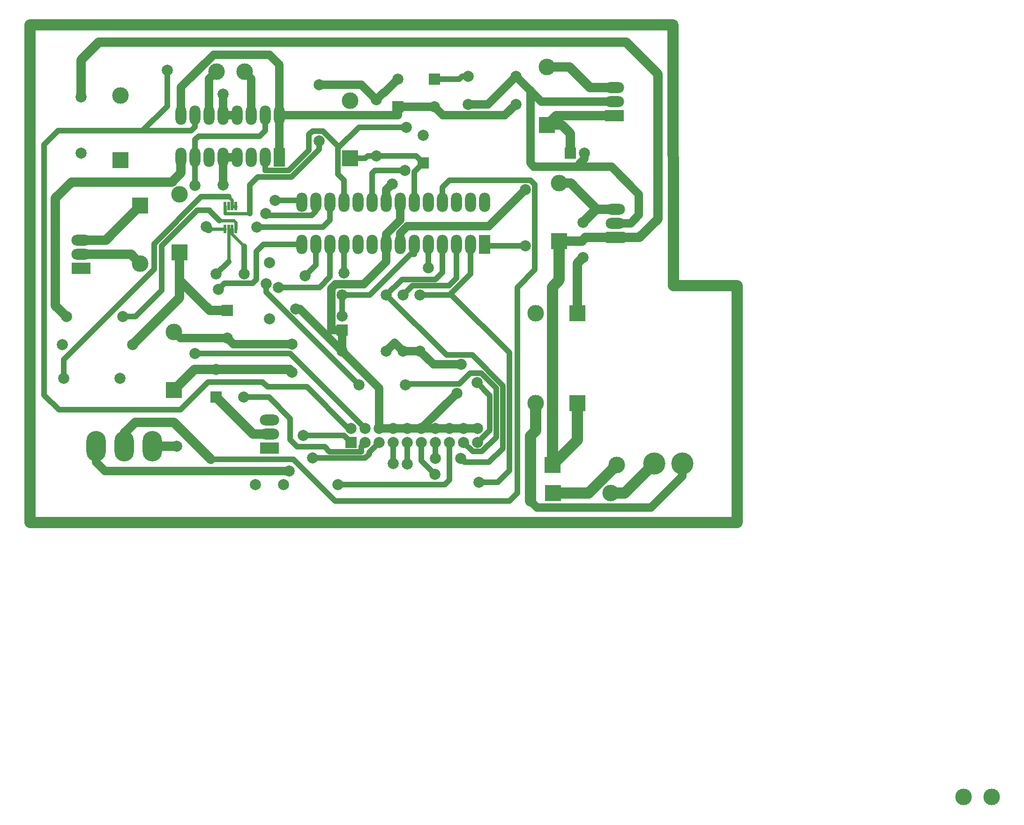
<source format=gbl>
%FSLAX42Y42*%
%MOMM*%
G71*
G01*
G75*
G04 Layer_Physical_Order=2*
%ADD10R,0.60X1.55*%
%ADD11C,1.00*%
%ADD12C,1.70*%
%ADD13C,1.50*%
%ADD14C,2.00*%
%ADD15C,0.60*%
%ADD16C,0.36*%
%ADD17C,0.80*%
%ADD18C,3.00*%
%ADD19R,3.00X3.00*%
%ADD20O,2.00X3.50*%
%ADD21R,2.00X3.50*%
%ADD22R,2.00X2.00*%
%ADD23C,2.00*%
%ADD24O,3.52X5.52*%
%ADD25C,4.00*%
%ADD26R,3.50X2.00*%
%ADD27O,3.50X2.00*%
D10*
X6419Y8886D02*
D03*
X6484D02*
D03*
X6549Y9301D02*
D03*
X6484D02*
D03*
X6549Y8886D02*
D03*
X6354Y9301D02*
D03*
Y8886D02*
D03*
X6419Y9301D02*
D03*
D11*
X6104Y4727D02*
X7590D01*
X10287Y9373D02*
Y9642D01*
X13404Y8738D02*
X13406Y8735D01*
X8400Y9878D02*
Y10389D01*
X3338Y10663D02*
X5748D01*
X8773Y10724D02*
X9629D01*
X8400Y10350D02*
X8773Y10724D01*
X8509Y9373D02*
Y9769D01*
X5817Y10732D02*
Y10947D01*
X5314Y11110D02*
Y11763D01*
X4867Y10663D02*
X5314Y11110D01*
X7087Y9944D02*
Y10185D01*
X5550Y5618D02*
X6053Y6121D01*
X3355Y5618D02*
X5550D01*
X3089Y10414D02*
X3338Y10663D01*
X3089Y5885D02*
Y10414D01*
Y5885D02*
X3355Y5618D01*
X12270Y4623D02*
X12273D01*
X6053Y6121D02*
X7036D01*
X8585Y5283D02*
X8636D01*
X7036Y6121D02*
X7122Y6035D01*
X7833D01*
X8585Y5283D01*
X8057Y10328D02*
Y10483D01*
X7557Y9827D02*
X8057Y10328D01*
X6947Y9827D02*
X7557D01*
X6807Y9169D02*
Y9688D01*
X6947Y9827D01*
X6076Y9223D02*
Y9225D01*
X5852D02*
X6076D01*
Y9223D02*
X6256Y9042D01*
X4508Y7303D02*
X4737D01*
X10617Y4737D02*
X10686Y4669D01*
X9271Y7696D02*
X10361Y6607D01*
X10160Y4737D02*
Y5029D01*
X11125Y4669D02*
X11374Y4917D01*
X10686Y4669D02*
X11125D01*
X9906Y4696D02*
X10152Y4450D01*
X9906Y4696D02*
Y5029D01*
X9881Y7696D02*
X10447D01*
X10795Y8077D02*
Y8611D01*
X10414Y7696D02*
X10795Y8077D01*
X10942Y4308D02*
X11283D01*
X9652Y4641D02*
Y5029D01*
X11491Y4516D02*
Y6652D01*
X11283Y4308D02*
X11491Y4516D01*
X10033Y8189D02*
Y8611D01*
X9398Y4648D02*
Y5029D01*
X10414Y4354D02*
Y5029D01*
X7049Y8611D02*
X7747D01*
X8400Y4262D02*
X10323D01*
X6233Y7798D02*
X6345Y7910D01*
X10323Y4262D02*
X10414Y4354D01*
X11636Y4110D02*
Y7833D01*
X7590Y4727D02*
X8346Y3970D01*
X11496D02*
X11636Y4110D01*
X8346Y3970D02*
X11496D01*
X7262Y9406D02*
X7747D01*
Y9373D02*
Y9406D01*
X8001Y8235D02*
Y8611D01*
X7805Y8039D02*
X8001Y8235D01*
X8509Y5156D02*
X8636Y5029D01*
X7767Y5156D02*
X8509D01*
X9779Y8428D02*
Y8611D01*
X9705Y8428D02*
X9779D01*
X8471Y7696D02*
X8974D01*
X8471Y7315D02*
Y7696D01*
X8821Y4961D02*
X8890Y5029D01*
X8255Y8021D02*
Y8611D01*
X7320Y7833D02*
X8067D01*
X6698Y5845D02*
X7148D01*
X8255Y9047D02*
Y9373D01*
X7087Y10668D02*
Y10947D01*
X7534Y6640D02*
X8890Y5283D01*
X6932Y8920D02*
X8128D01*
X5817Y10185D02*
Y10503D01*
Y9680D02*
Y10185D01*
Y6640D02*
X7534D01*
X8509Y8092D02*
Y8611D01*
X8964Y4849D02*
X9144Y5029D01*
X7935Y4745D02*
X8890D01*
X6198Y8077D02*
X6419Y8299D01*
X6706Y8077D02*
Y8572D01*
X9806Y10211D02*
X9936Y10080D01*
X9779Y9923D02*
X9936Y10080D01*
X9779Y9373D02*
Y9923D01*
X9093Y10211D02*
X9806D01*
X8938D02*
X9093D01*
X8616Y10163D02*
X8890D01*
X10642Y11651D02*
X10749D01*
X10140Y11596D02*
X10587D01*
X9068Y9947D02*
X9604D01*
X9017Y9373D02*
Y9896D01*
X10541Y7996D02*
Y8611D01*
X9576Y7696D02*
X9741Y7862D01*
X10287Y8105D02*
Y8611D01*
X9271Y7696D02*
X9553Y7978D01*
X9619Y6071D02*
X9637Y6088D01*
X8001Y9208D02*
Y9373D01*
X10668Y5029D02*
X10833Y4864D01*
X7094Y9164D02*
X7127Y9131D01*
X7104Y7742D02*
X8776Y6071D01*
X7104Y7742D02*
Y7894D01*
X11049Y8585D02*
X11786D01*
X11049D02*
Y8611D01*
X10909Y6111D02*
X11143Y5878D01*
X10922Y5029D02*
X11143Y5250D01*
X3442Y6185D02*
Y6528D01*
X5748Y10663D02*
X5817Y10732D01*
X8128Y10660D02*
X8400Y10389D01*
X7938Y10660D02*
X8128D01*
X7874Y10597D02*
X7938Y10660D01*
X7874Y10310D02*
Y10597D01*
X7508Y9944D02*
X7874Y10310D01*
X7087Y9944D02*
X7508D01*
X8400Y9878D02*
X8509Y9769D01*
X8974Y7696D02*
X9705Y8428D01*
X8067Y7833D02*
X8255Y8021D01*
X7148Y5845D02*
X7531Y5461D01*
Y5080D02*
Y5461D01*
Y5080D02*
X7658Y4953D01*
X8156D01*
X8247Y4862D01*
X8821D01*
Y4961D01*
X8128Y8920D02*
X8255Y9047D01*
X7924Y9131D02*
X8001Y9208D01*
X7127Y9131D02*
X7924D01*
X9637Y6088D02*
X10592D01*
X10782Y6279D01*
X10987D01*
X11258Y6007D01*
Y5124D02*
Y6007D01*
X10998Y4864D02*
X11258Y5124D01*
X10833Y4864D02*
X10998D01*
X11143Y5250D02*
Y5878D01*
X5215Y8588D02*
X5852Y9225D01*
X5215Y7780D02*
Y8588D01*
X4737Y7303D02*
X5215Y7780D01*
X10287Y9642D02*
X10414Y9769D01*
X11875D01*
X11953Y9690D01*
Y8151D02*
Y9690D01*
X11636Y7833D02*
X11953Y8151D01*
X6345Y7910D02*
X6858D01*
X6921Y7973D01*
Y8484D01*
X7049Y8611D01*
X10361Y6607D02*
X10823D01*
X11374Y6055D01*
Y4917D02*
Y6055D01*
X6985Y10566D02*
X7087Y10668D01*
X5880Y10566D02*
X6985D01*
X5817Y10503D02*
X5880Y10566D01*
X10447Y7696D02*
X11491Y6652D01*
X5926Y9472D02*
X6419D01*
X5075Y8621D02*
X5926Y9472D01*
X5075Y8161D02*
Y8621D01*
X3442Y6528D02*
X5075Y8161D01*
X10160Y7978D02*
X10287Y8105D01*
X9553Y7978D02*
X10160D01*
X10406Y7862D02*
X10541Y7996D01*
X9741Y7862D02*
X10406D01*
X10587Y11596D02*
X10642Y11651D01*
X9017Y9896D02*
X9068Y9947D01*
X8890Y10163D02*
X8938Y10211D01*
X8890Y4745D02*
X8964Y4818D01*
Y4849D01*
D12*
X4539Y4961D02*
Y5199D01*
X4735Y5395D01*
X5436D01*
X6104Y4727D01*
X13406Y8735D02*
X13840D01*
X4415Y12263D02*
X13607D01*
X4079D02*
X4415D01*
X3759Y11278D02*
Y11943D01*
X4079Y12263D01*
X13061Y9246D02*
X13411D01*
X12824Y9009D02*
X13061Y9246D01*
X12601Y9718D02*
X13073Y9246D01*
X12395Y9718D02*
X12601D01*
X12719Y8267D02*
X12824Y8372D01*
X12719Y7366D02*
Y8267D01*
X12870Y8738D02*
X13411D01*
X12395Y8672D02*
X12804D01*
X13607Y12263D02*
X14176Y11694D01*
Y9070D02*
Y11694D01*
X13840Y8735D02*
X14176Y9070D01*
X3584Y9738D02*
X5395D01*
X5563Y9906D02*
Y10185D01*
X3294Y7501D02*
X3492Y7303D01*
X3294Y7501D02*
Y9449D01*
X3584Y9738D01*
X5802Y6346D02*
X7522D01*
X5436Y5979D02*
X5802Y6346D01*
X7522D02*
X7569Y6299D01*
X6862Y5182D02*
X7163D01*
X6198Y5846D02*
X6862Y5182D01*
X5047Y4961D02*
X5484D01*
X4201Y8687D02*
X4826Y9311D01*
X3759Y8687D02*
X4201D01*
X12172Y11818D02*
X12578D01*
X12949Y11448D02*
X13391D01*
X12598Y10262D02*
Y10620D01*
X12339Y10940D02*
X13391D01*
X12172Y10772D02*
X12446D01*
X12172D02*
X12339Y10940D01*
X6085Y7413D02*
X6401D01*
X5537Y7960D02*
X6085Y7413D01*
X5537Y7960D02*
Y8469D01*
Y7645D02*
Y7960D01*
X4686Y6794D02*
X5537Y7645D01*
X4659Y8433D02*
X4826Y8265D01*
X3759Y8433D02*
X4659D01*
X12578Y11818D02*
X12949Y11448D01*
X5395Y9738D02*
X5563Y9906D01*
X12446Y10772D02*
X12598Y10620D01*
X12804Y8672D02*
X12870Y8738D01*
D13*
X11613Y11651D02*
X12070Y11194D01*
X11938Y10013D02*
X13338D01*
X12852Y10155D02*
Y10262D01*
X13411Y8992D02*
X13686D01*
X12070Y11194D02*
X13391D01*
X12710Y10013D02*
X12852Y10155D01*
X11872Y10079D02*
Y11392D01*
X13686Y8992D02*
X13835Y9141D01*
Y9515D01*
X13338Y10013D02*
X13835Y9515D01*
X11994Y3848D02*
X14051D01*
X14618Y4415D02*
Y4648D01*
X14051Y3848D02*
X14618Y4415D01*
X11875Y3967D02*
X11994Y3848D01*
X9881Y6680D02*
X10122Y6439D01*
X10620D01*
X11105Y11143D02*
X11613Y11651D01*
X9234Y11351D02*
X9479Y11596D01*
X9093Y11227D02*
X9218Y11351D01*
X8821Y11499D02*
X9093Y11227D01*
X10749Y11143D02*
X11105D01*
X9525Y9047D02*
Y9373D01*
X9906Y5283D02*
X10544Y5921D01*
X10668Y5283D02*
X10922D01*
X10414D02*
X10668D01*
X10160D02*
X10414D01*
X9906D02*
X10160D01*
X9652D02*
X9906D01*
X9398D02*
X9652D01*
X9144D02*
X9398D01*
X9271Y8611D02*
Y8793D01*
Y8294D02*
Y8611D01*
X8471Y6680D02*
Y7061D01*
X9144Y5283D02*
Y6007D01*
X8057Y11499D02*
X8821D01*
X6325Y10947D02*
X6579D01*
X6325D02*
Y11326D01*
Y10185D02*
X6579D01*
X6325Y9688D02*
Y10185D01*
X6017Y8933D02*
X6063Y8887D01*
X7638Y7445D02*
X7706D01*
X8471Y6680D01*
X9144Y6007D01*
X8280Y7061D02*
X8471D01*
X6506Y6807D02*
X7569D01*
X6401Y6913D02*
X6506Y6807D01*
X5548Y6913D02*
X6401D01*
X5436Y7025D02*
X5548Y6913D01*
X11412Y10942D02*
X11613Y11143D01*
X10140Y11096D02*
X10294Y10942D01*
X9479Y11096D02*
X10140D01*
X9479Y10947D02*
Y11096D01*
X11123Y8938D02*
X11786Y9601D01*
X9525Y8611D02*
Y8811D01*
X9576Y6680D02*
X9881D01*
X9271Y9601D02*
X9375Y9705D01*
X7341Y10947D02*
X9479D01*
X9271Y9373D02*
Y9601D01*
X7341Y10947D02*
Y11864D01*
Y10185D02*
Y10947D01*
X5563D02*
Y11455D01*
X9423Y6833D02*
X9576Y6680D01*
X9271D02*
X9423Y6833D01*
X4031Y4669D02*
Y4961D01*
X4191Y4508D02*
X7513D01*
X6071Y10947D02*
Y11605D01*
X6200Y11735D01*
X6833Y10947D02*
Y11610D01*
X6708Y11735D02*
X6833Y11610D01*
X9271Y8793D02*
X9525Y9047D01*
X9218Y11351D02*
X9234D01*
X8864Y7887D02*
X9271Y8294D01*
X8357Y7887D02*
X8864D01*
X8280Y7811D02*
X8357Y7887D01*
X8280Y7061D02*
Y7811D01*
X5563Y11455D02*
X6149Y12042D01*
X7163D01*
X7341Y11864D01*
X10294Y10942D02*
X11412D01*
X9652Y8938D02*
X11123D01*
X9525Y8811D02*
X9652Y8938D01*
X4031Y4669D02*
X4191Y4508D01*
X11872Y10079D02*
X11938Y10013D01*
D14*
X12395Y7968D02*
Y8672D01*
X12719Y5069D02*
Y5740D01*
X12270Y4623D02*
Y7843D01*
X12273Y4623D02*
X12719Y5069D01*
X12270Y7843D02*
X12395Y7968D01*
X11969Y5241D02*
Y5740D01*
X11875Y3967D02*
Y5146D01*
X11969Y5241D01*
X13576Y4115D02*
X14110Y4648D01*
X13325Y4115D02*
X13576D01*
X12927D02*
X13435Y4623D01*
X12279Y4115D02*
X12927D01*
X2832Y3576D02*
X15608Y3579D01*
X2832Y3576D02*
Y12578D01*
X14453Y12576D01*
X14458Y7861D02*
X15606D01*
X15608Y3579D01*
X14453Y12576D02*
X14458Y7861D01*
D15*
X6520Y9042D02*
X6548Y9007D01*
X6256Y9042D02*
X6520D01*
X6354Y9169D02*
Y9301D01*
X6063Y8887D02*
X6354D01*
X6419Y8299D02*
Y8886D01*
X6484Y8794D02*
Y8886D01*
Y9301D02*
Y9407D01*
Y9299D02*
X6549D01*
X6548Y9007D02*
X6549Y8886D01*
X6419Y9472D02*
X6484Y9407D01*
Y8794D02*
X6706Y8572D01*
X6354Y9169D02*
X6807D01*
D16*
X6354Y8886D02*
Y8887D01*
X6549Y9299D02*
Y9301D01*
X6484Y9299D02*
Y9301D01*
D17*
X20206Y-1384D02*
X20218Y-1372D01*
D18*
X11969Y7366D02*
D03*
X6708Y11735D02*
D03*
X6200D02*
D03*
X13325Y4115D02*
D03*
X4826Y8265D02*
D03*
X5436Y7025D02*
D03*
X12172Y11818D02*
D03*
X12395Y9718D02*
D03*
X5537Y9515D02*
D03*
X11969Y5740D02*
D03*
X8616Y11209D02*
D03*
X13435Y4623D02*
D03*
X4470Y11301D02*
D03*
X20206Y-1384D02*
D03*
X19698D02*
D03*
D19*
X12719Y7366D02*
D03*
X12279Y4115D02*
D03*
X4826Y9311D02*
D03*
X5436Y5979D02*
D03*
X12172Y10772D02*
D03*
X12395Y8672D02*
D03*
X5537Y8469D02*
D03*
X12719Y5740D02*
D03*
X8616Y10163D02*
D03*
X4470Y10136D02*
D03*
X12270Y4623D02*
D03*
D20*
X6833Y10185D02*
D03*
X6579D02*
D03*
X6325D02*
D03*
X6071D02*
D03*
X6579Y10947D02*
D03*
X6325D02*
D03*
X6071D02*
D03*
X6833D02*
D03*
X7087Y10185D02*
D03*
X5817D02*
D03*
X5563Y10947D02*
D03*
X5817D02*
D03*
X7087D02*
D03*
X7341D02*
D03*
X5563Y10185D02*
D03*
X10795Y8611D02*
D03*
X10541D02*
D03*
X10287D02*
D03*
X10033D02*
D03*
X9779D02*
D03*
X9525D02*
D03*
X9271D02*
D03*
X9017D02*
D03*
X8763D02*
D03*
X8509D02*
D03*
X8255D02*
D03*
X8001D02*
D03*
X7747D02*
D03*
X11049Y9373D02*
D03*
X10795D02*
D03*
X10541D02*
D03*
X10287D02*
D03*
X10033D02*
D03*
X9779D02*
D03*
X9525D02*
D03*
X9271D02*
D03*
X9017D02*
D03*
X8763D02*
D03*
X8509D02*
D03*
X8255D02*
D03*
X8001D02*
D03*
X7747D02*
D03*
D21*
X7341Y10185D02*
D03*
X11049Y8611D02*
D03*
D22*
X12598Y10262D02*
D03*
X6198Y5846D02*
D03*
X10140Y11596D02*
D03*
X9479Y11096D02*
D03*
X8636Y5029D02*
D03*
X6401Y7413D02*
D03*
X9936Y10080D02*
D03*
X8471Y7061D02*
D03*
D23*
X12852Y10262D02*
D03*
X8471Y7696D02*
D03*
Y6680D02*
D03*
X3759Y10262D02*
D03*
Y11278D02*
D03*
X6198Y6346D02*
D03*
X7163Y8280D02*
D03*
Y7264D02*
D03*
X11786Y8585D02*
D03*
Y9601D02*
D03*
X7569Y6807D02*
D03*
Y6299D02*
D03*
X9271Y6680D02*
D03*
Y7696D02*
D03*
X9576Y6680D02*
D03*
Y7696D02*
D03*
X9881Y6680D02*
D03*
Y7696D02*
D03*
X7417Y4267D02*
D03*
X6909D02*
D03*
X10140Y11096D02*
D03*
X11613Y11143D02*
D03*
Y11651D02*
D03*
X10749Y11143D02*
D03*
Y11651D02*
D03*
X9479Y11596D02*
D03*
X8636Y5283D02*
D03*
X8890Y5029D02*
D03*
Y5283D02*
D03*
X9144Y5029D02*
D03*
Y5283D02*
D03*
X9398Y5029D02*
D03*
Y5283D02*
D03*
X9652Y5029D02*
D03*
Y5283D02*
D03*
X9906Y5029D02*
D03*
Y5283D02*
D03*
X10160Y5029D02*
D03*
Y5283D02*
D03*
X10414Y5029D02*
D03*
Y5283D02*
D03*
X10668Y5029D02*
D03*
Y5283D02*
D03*
X10922Y5029D02*
D03*
Y5283D02*
D03*
X3442Y6185D02*
D03*
X4458D02*
D03*
X6401Y6913D02*
D03*
X6198Y8077D02*
D03*
X6706D02*
D03*
X3416Y6794D02*
D03*
X4686D02*
D03*
X4508Y7303D02*
D03*
X3492D02*
D03*
X9093Y11227D02*
D03*
Y10211D02*
D03*
X8057Y11499D02*
D03*
Y10483D02*
D03*
X9936Y10580D02*
D03*
X8471Y7315D02*
D03*
X12824Y8372D02*
D03*
Y9009D02*
D03*
X10617Y4737D02*
D03*
X10160D02*
D03*
X5484Y4961D02*
D03*
X7638Y7445D02*
D03*
X6325Y9688D02*
D03*
Y11326D02*
D03*
X10544Y5921D02*
D03*
X10620Y6439D02*
D03*
X9629Y10724D02*
D03*
X5314Y11763D02*
D03*
X7320Y7833D02*
D03*
X6698Y5845D02*
D03*
X5817Y6640D02*
D03*
X6932Y8920D02*
D03*
X5817Y9680D02*
D03*
X7094Y9164D02*
D03*
X7104Y7894D02*
D03*
X8776Y6071D02*
D03*
X9619D02*
D03*
X10909Y6111D02*
D03*
X8400Y4262D02*
D03*
X6233Y7798D02*
D03*
X7262Y9406D02*
D03*
X9652Y4641D02*
D03*
X10942Y4308D02*
D03*
X6017Y8933D02*
D03*
X10152Y4450D02*
D03*
X9604Y9947D02*
D03*
X9398Y4648D02*
D03*
X10033Y8189D02*
D03*
X8509Y8092D02*
D03*
X7935Y4745D02*
D03*
X7805Y8039D02*
D03*
X7767Y5156D02*
D03*
X9375Y9705D02*
D03*
X7513Y4508D02*
D03*
D24*
X4539Y4961D02*
D03*
X4031D02*
D03*
X5047D02*
D03*
D25*
X14110Y4648D02*
D03*
X14618D02*
D03*
D26*
X3759Y8179D02*
D03*
X7163Y4928D02*
D03*
X13391Y10940D02*
D03*
X13411Y8738D02*
D03*
D27*
X3759Y8433D02*
D03*
Y8687D02*
D03*
X7163Y5182D02*
D03*
Y5436D02*
D03*
X13391Y11194D02*
D03*
Y11448D02*
D03*
X13411Y8992D02*
D03*
Y9246D02*
D03*
M02*

</source>
